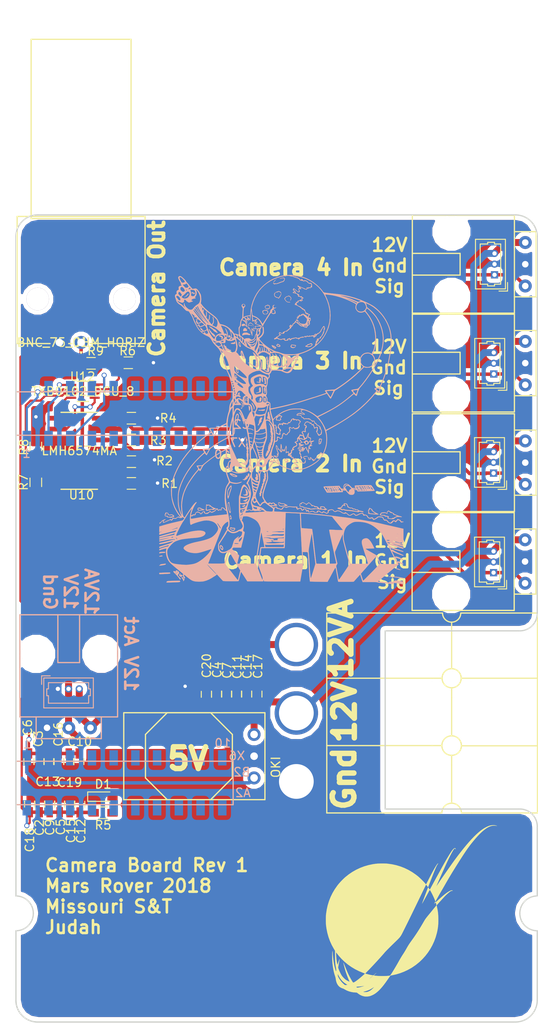
<source format=kicad_pcb>
(kicad_pcb (version 4) (host pcbnew 4.0.7)
  (layers (0 F.Cu signal) (31 B.Cu signal) (34 B.Paste user) (35 F.Paste user) (36 B.SilkS user) (37 F.SilkS user) (38 B.Mask user) (39 F.Mask user) (44 Edge.Cuts user))
  (net 0 "")
  (net 1 12VA)
  (net 2 12V)
  (net 3 Gnd)
  (net 4 3.3V)
  (net 5 5V)
  (net 6 "Net-(D1-Pad2)")
  (net 7 Camera1_In)
  (net 8 Camera2_In)
  (net 9 Camera3_In)
  (net 10 Camera4_In)
  (net 11 OE)
  (net 12 "Net-(R7-Pad1)")
  (net 13 "Net-(R7-Pad2)")
  (net 14 Video_Out)
  (net 15 "Net-(U11-PadPM6)")
  (net 16 "Net-(U11-PadPQ1)")
  (net 17 "Net-(U11-PadPQ2)")
  (net 18 "Net-(U11-PadPK0)")
  (net 19 "Net-(U11-PadPQ3)")
  (net 20 "Net-(U11-PadPP3)")
  (net 21 "Net-(U11-PadPQ0)")
  (net 22 "Net-(U11-PadPA4)")
  (net 23 "Net-(U11-PadRese)")
  (net 24 "Net-(U11-PadPA7)")
  (net 25 "Net-(U11-PadPN5)")
  (net 26 "Net-(U11-PadPK2)")
  (net 27 "Net-(U11-PadPK1)")
  (net 28 "Net-(U11-PadPB4)")
  (net 29 "Net-(U11-PadPB5)")
  (net 30 "Net-(U11-PadPK3)")
  (net 31 "Net-(U11-PadPA5)")
  (net 32 "Net-(U11-PadPD2)")
  (net 33 "Net-(U11-PadPP0)")
  (net 34 "Net-(U11-PadPP1)")
  (net 35 "Net-(U11-PadPD4)")
  (net 36 "Net-(U11-PadPD5)")
  (net 37 "Net-(U11-PadPP4)")
  (net 38 "Net-(U11-PadPN4)")
  (net 39 A1)
  (net 40 A2)
  (net 41 "Net-(U11-PadPM0)")
  (net 42 "Net-(U11-PadPM1)")
  (net 43 "Net-(U11-PadPM2)")
  (net 44 "Net-(U11-PadPH0)")
  (net 45 "Net-(U11-PadPH1)")
  (net 46 "Net-(U11-PadPK6)")
  (net 47 "Net-(U11-PadPK7)")
  (net 48 "Net-(U11-PadPM7)")
  (net 49 "Net-(U11-PadPP5)")
  (net 50 B1)
  (net 51 B2)
  (module Connectors_Molex:Molex_PicoBlade_53047-0310_03x1.25mm_Straight (layer F.Cu) (at 165.82136 120.86844 90)
    (fp_text reference U1 hide)
    (fp_text value Picoblade_3)
    (pad 1 thru_hole rect (at 0 0 90) (size 0.85 0.85) (drill 0.5) (layers *.Cu *.Mask) (net 10 Camera4_In))
    (pad 2 thru_hole circle (at 1.25 0 90) (size 0.85 0.85) (drill 0.5) (layers *.Cu *.Mask) (net 3 Gnd))
    (pad 3 thru_hole circle (at 2.5 0 90) (size 0.85 0.85) (drill 0.5) (layers *.Cu *.Mask) (net 2 12V))
  )
  (module Connectors_Molex:Molex_PicoBlade_53047-0310_03x1.25mm_Straight (layer F.Cu) (at 165.735 132.461 90)
    (fp_text reference U2 hide)
    (fp_text value Picoblade_3)
    (pad 1 thru_hole rect (at 0 0 90) (size 0.85 0.85) (drill 0.5) (layers *.Cu *.Mask) (net 9 Camera3_In))
    (pad 2 thru_hole circle (at 1.25 0 90) (size 0.85 0.85) (drill 0.5) (layers *.Cu *.Mask) (net 3 Gnd))
    (pad 3 thru_hole circle (at 2.5 0 90) (size 0.85 0.85) (drill 0.5) (layers *.Cu *.Mask) (net 2 12V))
  )
  (module Connectors_Molex:Molex_PicoBlade_53047-0310_03x1.25mm_Straight (layer F.Cu) (at 165.7096 144.0488 90)
    (fp_text reference U3 hide)
    (fp_text value Picoblade_3)
    (pad 1 thru_hole rect (at 0 0 90) (size 0.85 0.85) (drill 0.5) (layers *.Cu *.Mask) (net 8 Camera2_In))
    (pad 2 thru_hole circle (at 1.25 0 90) (size 0.85 0.85) (drill 0.5) (layers *.Cu *.Mask) (net 3 Gnd))
    (pad 3 thru_hole circle (at 2.5 0 90) (size 0.85 0.85) (drill 0.5) (layers *.Cu *.Mask) (net 2 12V))
  )
  (module Connectors_Molex:Molex_PicoBlade_53047-0310_03x1.25mm_Straight (layer F.Cu) (at 165.7096 155.682 90)
    (fp_text reference U4 hide)
    (fp_text value Picoblade_3)
    (pad 1 thru_hole rect (at 0 0 90) (size 0.85 0.85) (drill 0.5) (layers *.Cu *.Mask) (net 7 Camera1_In))
    (pad 2 thru_hole circle (at 1.25 0 90) (size 0.85 0.85) (drill 0.5) (layers *.Cu *.Mask) (net 3 Gnd))
    (pad 3 thru_hole circle (at 2.5 0 90) (size 0.85 0.85) (drill 0.5) (layers *.Cu *.Mask) (net 2 12V))
  )
  (module MRDT_Connectors:MOLEX_SL_3_Horizontal (layer F.Cu) (at 169.418 119.634 90)
    (fp_text reference U5 hide)
    (fp_text value Molex_SL_3)
    (pad 1 thru_hole circle (at -2.54 0 90) (size 1.524 1.524) (drill 0.762) (layers *.Cu *.Mask) (net 10 Camera4_In))
    (pad 2 thru_hole circle (at 0 0 90) (size 1.524 1.524) (drill 0.762) (layers *.Cu *.Mask) (net 3 Gnd))
    (pad 3 thru_hole circle (at 2.54 0 90) (size 1.524 1.524) (drill 0.762) (layers *.Cu *.Mask) (net 2 12V))
    (pad "" np_thru_hole circle (at -3.81 -8.636 90) (size 3.45 3.45) (drill 3.45) (layers *.Cu *.Mask))
    (pad "" np_thru_hole circle (at 3.81 -8.636 90) (size 3.45 3.45) (drill 3.45) (layers *.Cu *.Mask))
  )
  (module MRDT_Connectors:MOLEX_SL_3_Horizontal (layer F.Cu) (at 169.418 131.191 90)
    (fp_text reference U6 hide)
    (fp_text value Molex_SL_3)
    (pad 1 thru_hole circle (at -2.54 0 90) (size 1.524 1.524) (drill 0.762) (layers *.Cu *.Mask) (net 9 Camera3_In))
    (pad 2 thru_hole circle (at 0 0 90) (size 1.524 1.524) (drill 0.762) (layers *.Cu *.Mask) (net 3 Gnd))
    (pad 3 thru_hole circle (at 2.54 0 90) (size 1.524 1.524) (drill 0.762) (layers *.Cu *.Mask) (net 2 12V))
    (pad "" np_thru_hole circle (at -3.81 -8.636 90) (size 3.45 3.45) (drill 3.45) (layers *.Cu *.Mask))
    (pad "" np_thru_hole circle (at 3.81 -8.636 90) (size 3.45 3.45) (drill 3.45) (layers *.Cu *.Mask))
  )
  (module MRDT_Connectors:MOLEX_SL_3_Horizontal (layer F.Cu) (at 169.418 142.8242 90)
    (fp_text reference U7 hide)
    (fp_text value Molex_SL_3)
    (pad 1 thru_hole circle (at -2.54 0 90) (size 1.524 1.524) (drill 0.762) (layers *.Cu *.Mask) (net 8 Camera2_In))
    (pad 2 thru_hole circle (at 0 0 90) (size 1.524 1.524) (drill 0.762) (layers *.Cu *.Mask) (net 3 Gnd))
    (pad 3 thru_hole circle (at 2.54 0 90) (size 1.524 1.524) (drill 0.762) (layers *.Cu *.Mask) (net 2 12V))
    (pad "" np_thru_hole circle (at -3.81 -8.636 90) (size 3.45 3.45) (drill 3.45) (layers *.Cu *.Mask))
    (pad "" np_thru_hole circle (at 3.81 -8.636 90) (size 3.45 3.45) (drill 3.45) (layers *.Cu *.Mask))
  )
  (module MRDT_Connectors:MOLEX_SL_3_Horizontal (layer F.Cu) (at 169.3926 154.3812 90)
    (fp_text reference U8 hide)
    (fp_text value Molex_SL_3)
    (pad 1 thru_hole circle (at -2.54 0 90) (size 1.524 1.524) (drill 0.762) (layers *.Cu *.Mask) (net 7 Camera1_In))
    (pad 2 thru_hole circle (at 0 0 90) (size 1.524 1.524) (drill 0.762) (layers *.Cu *.Mask) (net 3 Gnd))
    (pad 3 thru_hole circle (at 2.54 0 90) (size 1.524 1.524) (drill 0.762) (layers *.Cu *.Mask) (net 2 12V))
    (pad "" np_thru_hole circle (at -3.81 -8.636 90) (size 3.45 3.45) (drill 3.45) (layers *.Cu *.Mask))
    (pad "" np_thru_hole circle (at 3.81 -8.636 90) (size 3.45 3.45) (drill 3.45) (layers *.Cu *.Mask))
  )
  (module MRDT_Devices:OKI_Horisontal (layer F.Cu) (at 138.97356 172.05452 270)
    (fp_text reference U9 hide)
    (fp_text value OKI (at 6.35 -1.27 270) (layer F.SilkS))
    (pad 1 thru_hole circle (at 2.54 1.27 270) (size 1.524 1.524) (drill 0.889) (layers *.Cu *.Mask) (net 2 12V))
    (pad 2 thru_hole circle (at 5.08 1.27 270) (size 1.524 1.524) (drill 0.889) (layers *.Cu *.Mask) (net 3 Gnd))
    (pad 3 thru_hole circle (at 7.62 1.27 270) (size 1.524 1.524) (drill 0.889) (layers *.Cu *.Mask) (net 5 5V))
  )
  (module MRDT_Connectors:Anderson_3_Horisontal_Side_by_Side (layer F.Cu) (at 146.2278 160.401 180)
    (fp_text reference C8 hide)
    (fp_text value Anderson_3)
    (pad 3 thru_hole circle (at 3.5814 -3.684 180) (size 5.08 5.08) (drill 4.06) (layers *.Cu *.Mask F.Paste) (net 1 12VA))
    (pad 2 thru_hole circle (at 3.5814 -11.683 180) (size 5.08 5.08) (drill 4.06) (layers *.Cu *.Mask F.Paste) (net 2 12V))
    (pad 1 thru_hole circle (at 3.5814 -19.684 180) (size 5.08 5.08) (drill 4.06) (layers *.Cu *.Mask F.Paste) (net 3 Gnd))
  )
  (module MRDT_Connectors:MOLEX_SL_3_Horizontal (layer B.Cu) (at 116.0272 173.8122 180)
    (fp_text reference U13 hide)
    (fp_text value Molex_SL_3)
    (pad 1 thru_hole circle (at -2.54 0 180) (size 1.524 1.524) (drill 0.762) (layers *.Cu *.Mask) (net 1 12VA))
    (pad 2 thru_hole circle (at 0 0 180) (size 1.524 1.524) (drill 0.762) (layers *.Cu *.Mask) (net 2 12V))
    (pad 3 thru_hole circle (at 2.54 0 180) (size 1.524 1.524) (drill 0.762) (layers *.Cu *.Mask) (net 3 Gnd))
    (pad "" np_thru_hole circle (at -3.81 8.636 180) (size 3.45 3.45) (drill 3.45) (layers *.Cu *.Mask))
    (pad "" np_thru_hole circle (at 3.81 8.636 180) (size 3.45 3.45) (drill 3.45) (layers *.Cu *.Mask))
  )
  (module Connectors_Molex:Molex_PicoBlade_53047-0310_03x1.25mm_Straight (layer B.Cu) (at 114.7572 169.2656)
    (fp_text reference U14 hide)
    (fp_text value Picoblade_3)
    (pad 1 thru_hole rect (at 0 0) (size 0.85 0.85) (drill 0.5) (layers *.Cu *.Mask) (net 3 Gnd))
    (pad 2 thru_hole circle (at 1.25 0) (size 0.85 0.85) (drill 0.5) (layers *.Cu *.Mask) (net 2 12V))
    (pad 3 thru_hole circle (at 2.5 0) (size 0.85 0.85) (drill 0.5) (layers *.Cu *.Mask) (net 1 12VA))
  )
  (module Capacitors_SMD:C_0603_HandSoldering (layer F.Cu) (at 112.63122 182.73014 90)
    (fp_text reference C2 (at -2.75336 -0.02032 90) (layer F.SilkS))
    (fp_text value 10uf)
    (pad 1 smd rect (at -0.95 0 90) (size 1.2 0.75) (layers F.Cu F.Paste F.Mask) (net 4 3.3V))
    (pad 2 smd rect (at 0.95 0 90) (size 1.2 0.75) (layers F.Cu F.Paste F.Mask) (net 3 Gnd))
  )
  (module Capacitors_SMD:C_0603_HandSoldering (layer F.Cu) (at 112.55248 177.76698 270)
    (fp_text reference C3 (at -2.67208 0.06858 270) (layer F.SilkS))
    (fp_text value 10uf)
    (pad 1 smd rect (at -0.95 0 270) (size 1.2 0.75) (layers F.Cu F.Paste F.Mask) (net 5 5V))
    (pad 2 smd rect (at 0.95 0 270) (size 1.2 0.75) (layers F.Cu F.Paste F.Mask) (net 3 Gnd))
  )
  (module Capacitors_SMD:C_0603_HandSoldering (layer F.Cu) (at 133.3246 169.8752 90)
    (fp_text reference C4 (at 2.8448 0.0508 90) (layer F.SilkS))
    (fp_text value 10uf)
    (pad 1 smd rect (at -0.95 0 90) (size 1.2 0.75) (layers F.Cu F.Paste F.Mask) (net 2 12V))
    (pad 2 smd rect (at 0.95 0 90) (size 1.2 0.75) (layers F.Cu F.Paste F.Mask) (net 3 Gnd))
  )
  (module Capacitors_SMD:C_0603_HandSoldering (layer F.Cu) (at 114.96802 182.73014 90)
    (fp_text reference C5 (at -2.67716 0.11938 90) (layer F.SilkS))
    (fp_text value 10uf)
    (pad 1 smd rect (at -0.95 0 90) (size 1.2 0.75) (layers F.Cu F.Paste F.Mask) (net 4 3.3V))
    (pad 2 smd rect (at 0.95 0 90) (size 1.2 0.75) (layers F.Cu F.Paste F.Mask) (net 3 Gnd))
  )
  (module Capacitors_SMD:C_0603_HandSoldering (layer F.Cu) (at 111.38408 177.76698 270)
    (fp_text reference C6 (at -3.98018 0.15748 270) (layer F.SilkS))
    (fp_text value 10uf)
    (pad 1 smd rect (at -0.95 0 270) (size 1.2 0.75) (layers F.Cu F.Paste F.Mask) (net 5 5V))
    (pad 2 smd rect (at 0.95 0 270) (size 1.2 0.75) (layers F.Cu F.Paste F.Mask) (net 3 Gnd))
  )
  (module Capacitors_SMD:C_0603_HandSoldering (layer F.Cu) (at 134.493 169.8752 90)
    (fp_text reference C7 (at 2.7686 0.0508 90) (layer F.SilkS))
    (fp_text value 10uf)
    (pad 1 smd rect (at -0.95 0 90) (size 1.2 0.75) (layers F.Cu F.Paste F.Mask) (net 2 12V))
    (pad 2 smd rect (at 0.95 0 90) (size 1.2 0.75) (layers F.Cu F.Paste F.Mask) (net 3 Gnd))
  )
  (module Capacitors_SMD:C_0603_HandSoldering (layer F.Cu) (at 113.79962 182.73014 90)
    (fp_text reference C9 (at -2.71526 0.03048 90) (layer F.SilkS))
    (fp_text value 10uf)
    (pad 1 smd rect (at -0.95 0 90) (size 1.2 0.75) (layers F.Cu F.Paste F.Mask) (net 4 3.3V))
    (pad 2 smd rect (at 0.95 0 90) (size 1.2 0.75) (layers F.Cu F.Paste F.Mask) (net 3 Gnd))
  )
  (module Capacitors_SMD:C_0603_HandSoldering (layer F.Cu) (at 117.20068 177.76698 270)
    (fp_text reference C10 (at -2.34188 -0.10922 360) (layer F.SilkS))
    (fp_text value 10uf)
    (pad 1 smd rect (at -0.95 0 270) (size 1.2 0.75) (layers F.Cu F.Paste F.Mask) (net 5 5V))
    (pad 2 smd rect (at 0.95 0 270) (size 1.2 0.75) (layers F.Cu F.Paste F.Mask) (net 3 Gnd))
  )
  (module Capacitors_SMD:C_0603_HandSoldering (layer F.Cu) (at 135.6614 169.8752 90)
    (fp_text reference C11 (at 3.2131 0.0635 90) (layer F.SilkS))
    (fp_text value 10uf)
    (pad 1 smd rect (at -0.95 0 90) (size 1.2 0.75) (layers F.Cu F.Paste F.Mask) (net 2 12V))
    (pad 2 smd rect (at 0.95 0 90) (size 1.2 0.75) (layers F.Cu F.Paste F.Mask) (net 3 Gnd))
  )
  (module Capacitors_SMD:C_0603_HandSoldering (layer F.Cu) (at 117.30482 182.75554 90)
    (fp_text reference C12 (at -3.13436 0.15748 90) (layer F.SilkS))
    (fp_text value 10uf)
    (pad 1 smd rect (at -0.95 0 90) (size 1.2 0.75) (layers F.Cu F.Paste F.Mask) (net 4 3.3V))
    (pad 2 smd rect (at 0.95 0 90) (size 1.2 0.75) (layers F.Cu F.Paste F.Mask) (net 3 Gnd))
  )
  (module Capacitors_SMD:C_0603_HandSoldering (layer F.Cu) (at 113.72088 177.76698 270)
    (fp_text reference C13 (at 2.35712 0.14478 360) (layer F.SilkS))
    (fp_text value 10uf)
    (pad 1 smd rect (at -0.95 0 270) (size 1.2 0.75) (layers F.Cu F.Paste F.Mask) (net 5 5V))
    (pad 2 smd rect (at 0.95 0 270) (size 1.2 0.75) (layers F.Cu F.Paste F.Mask) (net 3 Gnd))
  )
  (module Capacitors_SMD:C_0603_HandSoldering (layer F.Cu) (at 136.8298 169.8752 90)
    (fp_text reference C14 (at 3.2131 0.0762 90) (layer F.SilkS))
    (fp_text value 10uf)
    (pad 1 smd rect (at -0.95 0 90) (size 1.2 0.75) (layers F.Cu F.Paste F.Mask) (net 2 12V))
    (pad 2 smd rect (at 0.95 0 90) (size 1.2 0.75) (layers F.Cu F.Paste F.Mask) (net 3 Gnd))
  )
  (module Capacitors_SMD:C_0603_HandSoldering (layer F.Cu) (at 116.13642 182.73014 90)
    (fp_text reference C15 (at -3.12166 0.14478 90) (layer F.SilkS))
    (fp_text value 10uf)
    (pad 1 smd rect (at -0.95 0 90) (size 1.2 0.75) (layers F.Cu F.Paste F.Mask) (net 4 3.3V))
    (pad 2 smd rect (at 0.95 0 90) (size 1.2 0.75) (layers F.Cu F.Paste F.Mask) (net 3 Gnd))
  )
  (module Capacitors_SMD:C_0603_HandSoldering (layer F.Cu) (at 114.86388 177.76698 270)
    (fp_text reference C16 (at -3.20548 0.04318 270) (layer F.SilkS))
    (fp_text value 10uf)
    (pad 1 smd rect (at -0.95 0 270) (size 1.2 0.75) (layers F.Cu F.Paste F.Mask) (net 5 5V))
    (pad 2 smd rect (at 0.95 0 270) (size 1.2 0.75) (layers F.Cu F.Paste F.Mask) (net 3 Gnd))
  )
  (module Capacitors_SMD:C_0603_HandSoldering (layer F.Cu) (at 138.0236 169.8752 90)
    (fp_text reference C17 (at 3.2385 0.127 90) (layer F.SilkS))
    (fp_text value 10uf)
    (pad 1 smd rect (at -0.95 0 90) (size 1.2 0.75) (layers F.Cu F.Paste F.Mask) (net 2 12V))
    (pad 2 smd rect (at 0.95 0 90) (size 1.2 0.75) (layers F.Cu F.Paste F.Mask) (net 3 Gnd))
  )
  (module Capacitors_SMD:C_0603_HandSoldering (layer F.Cu) (at 111.46282 182.73014 90)
    (fp_text reference C18 (at -4.18846 0.00508 90) (layer F.SilkS))
    (fp_text value 0.1uf)
    (pad 1 smd rect (at -0.95 0 90) (size 1.2 0.75) (layers F.Cu F.Paste F.Mask) (net 4 3.3V))
    (pad 2 smd rect (at 0.95 0 90) (size 1.2 0.75) (layers F.Cu F.Paste F.Mask) (net 3 Gnd))
  )
  (module Capacitors_SMD:C_0603_HandSoldering (layer F.Cu) (at 116.03228 177.76698 270)
    (fp_text reference C19 (at 2.44602 -0.12192 360) (layer F.SilkS))
    (fp_text value 0.1uf)
    (pad 1 smd rect (at -0.95 0 270) (size 1.2 0.75) (layers F.Cu F.Paste F.Mask) (net 5 5V))
    (pad 2 smd rect (at 0.95 0 270) (size 1.2 0.75) (layers F.Cu F.Paste F.Mask) (net 3 Gnd))
  )
  (module Capacitors_SMD:C_0603_HandSoldering (layer F.Cu) (at 132.1308 169.9006 90)
    (fp_text reference C20 (at 3.3401 0.0254 270) (layer F.SilkS))
    (fp_text value 0.1uf)
    (pad 1 smd rect (at -0.95 0 90) (size 1.2 0.75) (layers F.Cu F.Paste F.Mask) (net 2 12V))
    (pad 2 smd rect (at 0.95 0 90) (size 1.2 0.75) (layers F.Cu F.Paste F.Mask) (net 3 Gnd))
  )
  (module LEDs:LED_0603_HandSoldering (layer F.Cu) (at 120.0453 181.864)
    (fp_text reference D1 (at 0 -1.45) (layer F.SilkS))
    (fp_text value LED)
    (pad 1 smd rect (at -1.1 0) (size 1.2 0.9) (layers F.Cu F.Paste F.Mask) (net 3 Gnd))
    (pad 2 smd rect (at 1.1 0) (size 1.2 0.9) (layers F.Cu F.Paste F.Mask) (net 6 "Net-(D1-Pad2)"))
  )
  (module BNC-75-Ohm-HORIZONTAL:BNC-75-Ohm-HORIZONTAL-1-1478032-0 (layer F.Cu) (at 117.475 128.778)
    (fp_text reference J1 (at 0 0) (layer F.SilkS))
    (fp_text value BNC_75_OHM_HORIZ (at 0 0) (layer F.SilkS))
    (pad 1 thru_hole circle (at 0 0) (size 1.524 1.524) (drill 0.889) (layers *.Cu *.Mask) (net 14 Video_Out))
    (pad 2 thru_hole circle (at -2.54 0) (size 1.524 1.524) (drill 0.889) (layers *.Cu *.Mask) (net 3 Gnd))
    (pad 3 thru_hole circle (at -5.08 -5.08) (size 2.6416 2.6416) (drill 2.6416) (layers *.Cu *.Mask))
    (pad 4 thru_hole circle (at 5.08 -5.08) (size 2.6416 2.6416) (drill 2.6416) (layers *.Cu *.Mask))
  )
  (module Resistors_SMD:R_0603_HandSoldering (layer F.Cu) (at 123.3551 145.2499)
    (fp_text reference R1 (at 4.4704 0.0127) (layer F.SilkS))
    (fp_text value 75)
    (pad 1 smd rect (at -1.1 0) (size 1.2 0.9) (layers F.Cu F.Paste F.Mask) (net 7 Camera1_In))
    (pad 2 smd rect (at 1.1 0) (size 1.2 0.9) (layers F.Cu F.Paste F.Mask) (net 3 Gnd))
  )
  (module Resistors_SMD:R_0603_HandSoldering (layer F.Cu) (at 123.3551 142.7099)
    (fp_text reference R2 (at 3.8735 -0.0889) (layer F.SilkS))
    (fp_text value 75)
    (pad 1 smd rect (at -1.1 0) (size 1.2 0.9) (layers F.Cu F.Paste F.Mask) (net 8 Camera2_In))
    (pad 2 smd rect (at 1.1 0) (size 1.2 0.9) (layers F.Cu F.Paste F.Mask) (net 3 Gnd))
  )
  (module Resistors_SMD:R_0603_HandSoldering (layer F.Cu) (at 123.3551 140.1699)
    (fp_text reference R3 (at 3.1369 0.0254) (layer F.SilkS))
    (fp_text value 75)
    (pad 1 smd rect (at -1.1 0) (size 1.2 0.9) (layers F.Cu F.Paste F.Mask) (net 9 Camera3_In))
    (pad 2 smd rect (at 1.1 0) (size 1.2 0.9) (layers F.Cu F.Paste F.Mask) (net 3 Gnd))
  )
  (module Resistors_SMD:R_0603_HandSoldering (layer F.Cu) (at 123.3551 137.6299)
    (fp_text reference R4 (at 4.3053 0) (layer F.SilkS))
    (fp_text value 75)
    (pad 1 smd rect (at -1.1 0) (size 1.2 0.9) (layers F.Cu F.Paste F.Mask) (net 10 Camera4_In))
    (pad 2 smd rect (at 1.1 0) (size 1.2 0.9) (layers F.Cu F.Paste F.Mask) (net 3 Gnd))
  )
  (module Resistors_SMD:R_0603_HandSoldering (layer F.Cu) (at 120.0453 183.7436 180)
    (fp_text reference R5 (at 0 -1.45 180) (layer F.SilkS))
    (fp_text value 330)
    (pad 1 smd rect (at -1.1 0 180) (size 1.2 0.9) (layers F.Cu F.Paste F.Mask) (net 6 "Net-(D1-Pad2)"))
    (pad 2 smd rect (at 1.1 0 180) (size 1.2 0.9) (layers F.Cu F.Paste F.Mask) (net 4 3.3V))
  )
  (module Resistors_SMD:R_0603_HandSoldering (layer F.Cu) (at 122.99188 131.15036 180)
    (fp_text reference R6 (at 0.08128 1.38176 180) (layer F.SilkS))
    (fp_text value 100k)
    (pad 1 smd rect (at -1.1 0 180) (size 1.2 0.9) (layers F.Cu F.Paste F.Mask) (net 3 Gnd))
    (pad 2 smd rect (at 1.1 0 180) (size 1.2 0.9) (layers F.Cu F.Paste F.Mask) (net 4 3.3V))
  )
  (module Resistors_SMD:R_0603_HandSoldering (layer F.Cu) (at 112.1791 145.1229 90)
    (fp_text reference R7 (at 0 -1.45 90) (layer F.SilkS))
    (fp_text value 470)
    (pad 1 smd rect (at -1.1 0 90) (size 1.2 0.9) (layers F.Cu F.Paste F.Mask) (net 12 "Net-(R7-Pad1)"))
    (pad 2 smd rect (at 1.1 0 90) (size 1.2 0.9) (layers F.Cu F.Paste F.Mask) (net 13 "Net-(R7-Pad2)"))
  )
  (module Resistors_SMD:R_0603_HandSoldering (layer F.Cu) (at 112.1791 140.9319 90)
    (fp_text reference R8 (at -0.0889 -1.3843 270) (layer F.SilkS))
    (fp_text value 470)
    (pad 1 smd rect (at -1.1 0 90) (size 1.2 0.9) (layers F.Cu F.Paste F.Mask) (net 13 "Net-(R7-Pad2)"))
    (pad 2 smd rect (at 1.1 0 90) (size 1.2 0.9) (layers F.Cu F.Paste F.Mask) (net 3 Gnd))
  )
  (module Resistors_SMD:R_0603_HandSoldering (layer F.Cu) (at 118.6434 131.2164 180)
    (fp_text reference R9 (at -0.5334 1.4478 180) (layer F.SilkS))
    (fp_text value 75)
    (pad 1 smd rect (at -1.1 0 180) (size 1.2 0.9) (layers F.Cu F.Paste F.Mask) (net 12 "Net-(R7-Pad1)"))
    (pad 2 smd rect (at 1.1 0 180) (size 1.2 0.9) (layers F.Cu F.Paste F.Mask) (net 14 Video_Out))
  )
  (module LMH6574MANOPB:LMH6574MA&slash_NOPB (layer F.Cu) (at 117.2591 141.4399 180)
    (fp_text reference U10 (at -0.2667 -5.1689 180) (layer F.SilkS))
    (fp_text value LMH6574MA (at 0 0 180) (layer F.SilkS))
    (pad 1 smd rect (at -2.4638 -3.81 180) (size 1.9812 0.5588) (layers F.Cu F.Paste F.Mask) (net 7 Camera1_In))
    (pad 2 smd rect (at -2.4638 -2.54 180) (size 1.9812 0.5588) (layers F.Cu F.Paste F.Mask) (net 3 Gnd))
    (pad 3 smd rect (at -2.4638 -1.27 180) (size 1.9812 0.5588) (layers F.Cu F.Paste F.Mask) (net 8 Camera2_In))
    (pad 4 smd rect (at -2.4638 0 180) (size 1.9812 0.5588) (layers F.Cu F.Paste F.Mask) (net 3 Gnd))
    (pad 5 smd rect (at -2.4638 1.27 180) (size 1.9812 0.5588) (layers F.Cu F.Paste F.Mask) (net 9 Camera3_In))
    (pad 6 smd rect (at -2.4638 2.54 180) (size 1.9812 0.5588) (layers F.Cu F.Paste F.Mask) (net 3 Gnd))
    (pad 7 smd rect (at -2.4638 3.81 180) (size 1.9812 0.5588) (layers F.Cu F.Paste F.Mask) (net 10 Camera4_In))
    (pad 8 smd rect (at 2.4638 3.81 180) (size 1.9812 0.5588) (layers F.Cu F.Paste F.Mask) (net 50 B1))
    (pad 9 smd rect (at 2.4638 2.54 180) (size 1.9812 0.5588) (layers F.Cu F.Paste F.Mask) (net 51 B2))
    (pad 10 smd rect (at 2.4638 1.27 180) (size 1.9812 0.5588) (layers F.Cu F.Paste F.Mask) (net 3 Gnd))
    (pad 11 smd rect (at 2.4638 0 180) (size 1.9812 0.5588) (layers F.Cu F.Paste F.Mask) (net 3 Gnd))
    (pad 12 smd rect (at 2.4638 -1.27 180) (size 1.9812 0.5588) (layers F.Cu F.Paste F.Mask) (net 13 "Net-(R7-Pad2)"))
    (pad 13 smd rect (at 2.4638 -2.54 180) (size 1.9812 0.5588) (layers F.Cu F.Paste F.Mask) (net 12 "Net-(R7-Pad1)"))
    (pad 14 smd rect (at 2.4638 -3.81 180) (size 1.9812 0.5588) (layers F.Cu F.Paste F.Mask) (net 2 12V))
  )
  (module TXB0102DCUR:TXB0102DCUR (layer F.Cu) (at 117.6909 134.493 180)
    (fp_text reference U12 (at 0.0381 1.7272 180) (layer F.SilkS))
    (fp_text value TXB0102_DCU_8 (at 0 0 180) (layer F.SilkS))
    (pad 1 smd rect (at -1.3716 -0.750001 180) (size 1.1684 0.254) (layers F.Cu F.Paste F.Mask) (net 51 B2))
    (pad 2 smd rect (at -1.3716 -0.25 180) (size 1.1684 0.254) (layers F.Cu F.Paste F.Mask) (net 3 Gnd))
    (pad 3 smd rect (at -1.3716 0.25 180) (size 1.1684 0.254) (layers F.Cu F.Paste F.Mask) (net 4 3.3V))
    (pad 4 smd rect (at -1.3716 0.750001 180) (size 1.1684 0.254) (layers F.Cu F.Paste F.Mask) (net 40 A2))
    (pad 5 smd rect (at 1.3716 0.750001 180) (size 1.1684 0.254) (layers F.Cu F.Paste F.Mask) (net 39 A1))
    (pad 6 smd rect (at 1.3716 0.25 180) (size 1.1684 0.254) (layers F.Cu F.Paste F.Mask) (net 11 OE))
    (pad 7 smd rect (at 1.3716 -0.25 180) (size 1.1684 0.254) (layers F.Cu F.Paste F.Mask) (net 5 5V))
    (pad 8 smd rect (at 1.3716 -0.750001 180) (size 1.1684 0.254) (layers F.Cu F.Paste F.Mask) (net 50 B1))
  )
  (module MRDT_Shields:TM4C129E_Launchpad_X7_Bottom_SMD (layer F.Cu) (at 112.395 208.2038)
    (fp_text reference U11 hide)
    (fp_text value TM4C129E_Launchpad_X7 hide)
    (fp_text user 1 (at -1.2954 -66.4464) (layer B.SilkS) (effects (justify mirror)))
    (fp_text user 10 (at 21.59 -66.3448) (layer B.SilkS) (effects (justify mirror)))
    (fp_text user 1 (at -1.2192 -32.4866) (layer B.SilkS) (effects (justify mirror)))
    (fp_text user X7 (at 23.4188 -67.7164) (layer B.SilkS) (effects (justify mirror)))
    (fp_text user X6 (at 23.2918 -31.115) (layer B.SilkS) (effects (justify mirror)))
    (fp_text user C2 (at 23.876 -69.85) (layer B.SilkS) (effects (justify mirror)))
    (fp_text user D2 (at 23.876 -72.644) (layer B.SilkS) (effects (justify mirror)))
    (fp_text user B2 (at 23.876 -29.21) (layer B.SilkS) (effects (justify mirror)))
    (fp_text user A2 (at 24.003 -26.797) (layer B.SilkS) (effects (justify mirror)))
    (fp_text user 10 (at 21.6408 -32.5882) (layer B.SilkS) (effects (justify mirror)))
    (pad PN4 smd rect (at 21.59 -25.0317) (size 0.9906 1.778) (layers B.Cu B.Paste B.Mask) (net 38 "Net-(U11-PadPN4)"))
    (pad GND smd rect (at -1.27 -74.0537) (size 0.9906 1.778) (layers B.Cu B.Paste B.Mask) (net 3 Gnd))
    (pad PG1 smd rect (at -1.27 -68.2117) (size 0.9906 1.778) (layers B.Cu B.Paste B.Mask) (net 11 OE))
    (pad +5V smd rect (at -1.27 -30.8737) (size 0.9906 1.778) (layers B.Cu B.Paste B.Mask) (net 5 5V))
    (pad +3V3 smd rect (at -1.27 -25.0317) (size 0.9906 1.778) (layers B.Cu B.Paste B.Mask) (net 4 3.3V))
    (pad PM7 smd rect (at 1.27 -74.0537) (size 0.9906 1.778) (layers B.Cu B.Paste B.Mask) (net 48 "Net-(U11-PadPM7)"))
    (pad PP5 smd rect (at 3.81 -74.0537) (size 0.9906 1.778) (layers B.Cu B.Paste B.Mask) (net 49 "Net-(U11-PadPP5)"))
    (pad PA7 smd rect (at 6.35 -74.0537) (size 0.9906 1.778) (layers B.Cu B.Paste B.Mask) (net 24 "Net-(U11-PadPA7)"))
    (pad Rese smd rect (at 8.89 -74.0537) (size 0.9906 1.778) (layers B.Cu B.Paste B.Mask) (net 23 "Net-(U11-PadRese)"))
    (pad PQ2 smd rect (at 11.43 -74.0537) (size 0.9906 1.778) (layers B.Cu B.Paste B.Mask) (net 17 "Net-(U11-PadPQ2)"))
    (pad PQ3 smd rect (at 13.97 -74.0537) (size 0.9906 1.778) (layers B.Cu B.Paste B.Mask) (net 19 "Net-(U11-PadPQ3)"))
    (pad PP3 smd rect (at 16.51 -74.0537) (size 0.9906 1.778) (layers B.Cu B.Paste B.Mask) (net 20 "Net-(U11-PadPP3)"))
    (pad PQ1 smd rect (at 19.05 -74.0537) (size 0.9906 1.778) (layers B.Cu B.Paste B.Mask) (net 16 "Net-(U11-PadPQ1)"))
    (pad PM6 smd rect (at 21.59 -74.0537) (size 0.9906 1.778) (layers B.Cu B.Paste B.Mask) (net 15 "Net-(U11-PadPM6)"))
    (pad PK4 smd rect (at 1.27 -68.2117) (size 0.9906 1.778) (layers B.Cu B.Paste B.Mask) (net 39 A1))
    (pad PK5 smd rect (at 3.81 -68.2117) (size 0.9906 1.778) (layers B.Cu B.Paste B.Mask) (net 40 A2))
    (pad PM0 smd rect (at 6.35 -68.2117) (size 0.9906 1.778) (layers B.Cu B.Paste B.Mask) (net 41 "Net-(U11-PadPM0)"))
    (pad PM1 smd rect (at 8.89 -68.2117) (size 0.9906 1.778) (layers B.Cu B.Paste B.Mask) (net 42 "Net-(U11-PadPM1)"))
    (pad PM2 smd rect (at 11.43 -68.2117) (size 0.9906 1.778) (layers B.Cu B.Paste B.Mask) (net 43 "Net-(U11-PadPM2)"))
    (pad PH0 smd rect (at 13.97 -68.2117) (size 0.9906 1.778) (layers B.Cu B.Paste B.Mask) (net 44 "Net-(U11-PadPH0)"))
    (pad PH1 smd rect (at 16.51 -68.2117) (size 0.9906 1.778) (layers B.Cu B.Paste B.Mask) (net 45 "Net-(U11-PadPH1)"))
    (pad PK6 smd rect (at 19.05 -68.2117) (size 0.9906 1.778) (layers B.Cu B.Paste B.Mask) (net 46 "Net-(U11-PadPK6)"))
    (pad PK7 smd rect (at 21.59 -68.2117) (size 0.9906 1.778) (layers B.Cu B.Paste B.Mask) (net 47 "Net-(U11-PadPK7)"))
    (pad GND smd rect (at 1.27 -30.8737) (size 0.9906 1.778) (layers B.Cu B.Paste B.Mask) (net 3 Gnd))
    (pad PB4 smd rect (at 3.81 -30.8737) (size 0.9906 1.778) (layers B.Cu B.Paste B.Mask) (net 28 "Net-(U11-PadPB4)"))
    (pad PB5 smd rect (at 6.35 -30.8737) (size 0.9906 1.778) (layers B.Cu B.Paste B.Mask) (net 29 "Net-(U11-PadPB5)"))
    (pad PK0 smd rect (at 8.89 -30.8737) (size 0.9906 1.778) (layers B.Cu B.Paste B.Mask) (net 18 "Net-(U11-PadPK0)"))
    (pad PK1 smd rect (at 11.43 -30.8737) (size 0.9906 1.778) (layers B.Cu B.Paste B.Mask) (net 27 "Net-(U11-PadPK1)"))
    (pad PK2 smd rect (at 13.97 -30.8737) (size 0.9906 1.778) (layers B.Cu B.Paste B.Mask) (net 26 "Net-(U11-PadPK2)"))
    (pad PK3 smd rect (at 16.51 -30.8737) (size 0.9906 1.778) (layers B.Cu B.Paste B.Mask) (net 30 "Net-(U11-PadPK3)"))
    (pad PA5 smd rect (at 21.59 -30.8737) (size 0.9906 1.778) (layers B.Cu B.Paste B.Mask) (net 31 "Net-(U11-PadPA5)"))
    (pad PD2 smd rect (at 1.27 -25.0317) (size 0.9906 1.778) (layers B.Cu B.Paste B.Mask) (net 32 "Net-(U11-PadPD2)"))
    (pad PP0 smd rect (at 3.81 -25.0317) (size 0.9906 1.778) (layers B.Cu B.Paste B.Mask) (net 33 "Net-(U11-PadPP0)"))
    (pad PP1 smd rect (at 6.35 -25.0317) (size 0.9906 1.778) (layers B.Cu B.Paste B.Mask) (net 34 "Net-(U11-PadPP1)"))
    (pad PD4 smd rect (at 8.89 -25.0317) (size 0.9906 1.778) (layers B.Cu B.Paste B.Mask) (net 35 "Net-(U11-PadPD4)"))
    (pad PD5 smd rect (at 11.43 -25.0317) (size 0.9906 1.778) (layers B.Cu B.Paste B.Mask) (net 36 "Net-(U11-PadPD5)"))
    (pad PQ0 smd rect (at 13.97 -25.0317) (size 0.9906 1.778) (layers B.Cu B.Paste B.Mask) (net 21 "Net-(U11-PadPQ0)"))
    (pad PP4 smd rect (at 16.51 -25.0317) (size 0.9906 1.778) (layers B.Cu B.Paste B.Mask) (net 37 "Net-(U11-PadPP4)"))
    (pad PN5 smd rect (at 19.05 -25.0317) (size 0.9906 1.778) (layers B.Cu B.Paste B.Mask) (net 25 "Net-(U11-PadPN5)"))
    (pad PA4 smd rect (at 19.05 -30.8737) (size 0.9906 1.778) (layers B.Cu B.Paste B.Mask) (net 22 "Net-(U11-PadPA4)"))
  )
  (module MRDT_Silkscreens:Atlas_Logo_28.6mmX37.3mm (layer B.Cu) (at 140.9065 138.5697 180)
    (fp_text reference G*** hide)
    (fp_text value LOGO hide)
  )
  (module MRDT_Silkscreens:MRDT_Logo_20mm (layer F.Cu) (at 156.1084 195.2117)
    (fp_text reference G*** hide)
    (fp_text value LOGO hide)
  )
  (gr_text "Camera Board Rev 1\nMars Rover 2018 \nMissouri S&T \nJudah" (at 113.0935 193.4972) (layer F.SilkS) (effects (font (size 1.5 1.5) (thickness 0.3)) (justify left)))
  (gr_text 5V (at 129.9718 177.4317) (layer F.SilkS) (effects (font (size 2.54 2.54) (thickness 0.635))))
  (gr_text "12VA\n12V\nGnd\n" (at 116.2558 157.9118 270) (layer B.SilkS) (effects (font (size 1.5 1.5) (thickness 0.3)) (justify mirror)))
  (gr_text "12V\nGnd\nSig" (at 153.543 119.7991) (layer F.SilkS) (effects (font (size 1.5 1.5) (thickness 0.3))))
  (gr_text "12V\nGnd\nSig" (at 153.4414 131.699) (layer F.SilkS) (effects (font (size 1.5 1.5) (thickness 0.3))))
  (gr_text "12V\nGnd\nSig" (at 153.543 143.2687) (layer F.SilkS) (effects (font (size 1.5 1.5) (thickness 0.3))))
  (gr_text "12V\nGnd\nSig" (at 153.8605 154.3685) (layer F.SilkS) (effects (font (size 1.5 1.5) (thickness 0.3))))
  (gr_text Gnd (at 148.2344 179.7685 90) (layer F.SilkS) (effects (font (size 2.54 2.54) (thickness 0.635))))
  (gr_text "12VA\n" (at 147.8788 163.3982 90) (layer F.SilkS) (effects (font (size 2.54 2.54) (thickness 0.635))))
  (gr_text "12V\n" (at 148.2852 171.9707 90) (layer F.SilkS) (effects (font (size 2.54 2.54) (thickness 0.635))))
  (gr_text "12V Act" (at 123.317 165.2016 270) (layer B.SilkS) (effects (font (size 1.5 1.5) (thickness 0.3)) (justify mirror)))
  (gr_text "Camera 4 In" (at 142.0749 120.015) (layer F.SilkS) (effects (font (size 1.778 1.778) (thickness 0.4445))))
  (gr_text "Camera 3 In" (at 141.9733 130.937) (layer F.SilkS) (effects (font (size 1.778 1.778) (thickness 0.4445))))
  (gr_text "Camera 2 In" (at 141.9733 142.9512) (layer F.SilkS) (effects (font (size 1.778 1.778) (thickness 0.4445))))
  (gr_text "Camera 1 In" (at 142.5575 154.2669) (layer F.SilkS) (effects (font (size 1.778 1.778) (thickness 0.4445))))
  (gr_text "Camera Out" (at 126.3142 122.4915 90) (layer F.SilkS) (effects (font (size 1.778 1.778) (thickness 0.4445))))
  (gr_line (start 109.855 116.4336) (end 109.855 193.4718) (layer Edge.Cuts) (width 0.15))
  (gr_line (start 170.815 116.4082) (end 170.815 160.4264) (layer Edge.Cuts) (width 0.15))
  (gr_line (start 112.395 113.8682) (end 168.275 113.8682) (layer Edge.Cuts) (width 0.15))
  (gr_arc (start 112.395 116.4082) (end 109.855 116.4082) (angle 90) (layer Edge.Cuts) (width 0.15))
  (gr_arc (start 168.275 116.4082) (end 168.275 113.8682) (angle 90) (layer Edge.Cuts) (width 0.15))
  (gr_line (start 112.3696 208.2038) (end 168.3766 208.2038) (angle 90) (layer Edge.Cuts) (width 0.15))
  (gr_arc (start 112.3696 205.6892) (end 112.3696 208.2038) (angle 90) (layer Edge.Cuts) (width 0.15))
  (gr_line (start 109.855 197.5358) (end 109.855 205.7654) (angle 90) (layer Edge.Cuts) (width 0.15))
  (gr_arc (start 109.855 195.5038) (end 111.887 195.4784) (angle 90) (layer Edge.Cuts) (width 0.15))
  (gr_arc (start 109.855 195.5038) (end 109.855 193.4718) (angle 90) (layer Edge.Cuts) (width 0.15))
  (gr_arc (start 168.783 160.4518) (end 170.815 160.4264) (angle 90) (layer Edge.Cuts) (width 0.15))
  (gr_line (start 153.035 162.4838) (end 168.7068 162.4838) (angle 90) (layer Edge.Cuts) (width 0.15))
  (gr_line (start 153.035 183.3118) (end 153.035 162.4838) (angle 90) (layer Edge.Cuts) (width 0.15))
  (gr_line (start 168.91 183.3118) (end 153.035 183.3118) (angle 90) (layer Edge.Cuts) (width 0.15))
  (gr_arc (start 168.783 185.3438) (end 168.91 183.3118) (angle 90) (layer Edge.Cuts) (width 0.15))
  (gr_line (start 170.815 193.4464) (end 170.815 185.5216) (angle 90) (layer Edge.Cuts) (width 0.15))
  (gr_arc (start 170.815 195.5038) (end 168.783 195.5292) (angle 90) (layer Edge.Cuts) (width 0.15))
  (gr_arc (start 170.815 195.5038) (end 170.815 197.5358) (angle 90) (layer Edge.Cuts) (width 0.15))
  (gr_line (start 170.815 205.6638) (end 170.815 197.5358) (angle 90) (layer Edge.Cuts) (width 0.15))
  (gr_arc (start 168.275 205.6638) (end 170.815 205.6638) (angle 90) (layer Edge.Cuts) (width 0.15))
  (gr_line (start 112.4458 208.2038) (end 168.1988 208.2038) (angle 90) (layer Edge.Cuts) (width 0.15))
  (gr_arc (start 112.395 205.6638) (end 112.4458 208.2038) (angle 90) (layer Edge.Cuts) (width 0.15))
  (segment (start 118.5672 173.8122) (end 118.5672 173.69536) (width 0.8128) (layer F.Cu) (net 1))
  (segment (start 118.5672 173.69536) (end 117.2572 172.38536) (width 0.8128) (layer F.Cu) (net 1))
  (segment (start 117.2572 172.38536) (end 117.2572 169.2656) (width 0.8128) (layer F.Cu) (net 1))
  (segment (start 142.6464 164.085) (end 128.2944 164.085) (width 0.8128) (layer F.Cu) (net 1))
  (segment (start 128.2944 164.085) (end 123.20778 169.17162) (width 0.8128) (layer F.Cu) (net 1))
  (segment (start 123.20778 169.17162) (end 118.5672 173.8122) (width 0.8128) (layer F.Cu) (net 1))
  (segment (start 165.7096 153.182) (end 165.7096 153.0858) (width 0.8128) (layer F.Cu) (net 2))
  (segment (start 165.7096 153.0858) (end 166.9542 151.8412) (width 0.8128) (layer F.Cu) (net 2))
  (segment (start 166.9542 151.8412) (end 169.3926 151.8412) (width 0.8128) (layer F.Cu) (net 2))
  (segment (start 165.7096 141.5488) (end 165.7096 141.4526) (width 0.8128) (layer F.Cu) (net 2))
  (segment (start 165.7096 141.4526) (end 166.878 140.2842) (width 0.8128) (layer F.Cu) (net 2))
  (segment (start 166.878 140.2842) (end 169.418 140.2842) (width 0.8128) (layer F.Cu) (net 2))
  (segment (start 165.735 129.961) (end 165.81184 129.961) (width 0.8128) (layer F.Cu) (net 2))
  (segment (start 165.81184 129.961) (end 167.12184 128.651) (width 0.8128) (layer F.Cu) (net 2))
  (segment (start 167.12184 128.651) (end 169.418 128.651) (width 0.8128) (layer F.Cu) (net 2))
  (segment (start 165.82136 118.36844) (end 165.82136 118.32844) (width 0.8128) (layer F.Cu) (net 2))
  (segment (start 165.82136 118.32844) (end 167.0558 117.094) (width 0.8128) (layer F.Cu) (net 2))
  (segment (start 167.0558 117.094) (end 169.418 117.094) (width 0.8128) (layer F.Cu) (net 2))
  (segment (start 165.82136 118.36844) (end 164.8314 118.36844) (width 0.8128) (layer B.Cu) (net 2))
  (segment (start 163.3909 119.80894) (end 163.3909 131.18814) (width 0.8128) (layer B.Cu) (net 2))
  (segment (start 164.8314 118.36844) (end 163.3909 119.80894) (width 0.8128) (layer B.Cu) (net 2))
  (segment (start 163.3909 142.77562) (end 163.3909 131.18814) (width 0.8128) (layer B.Cu) (net 2))
  (segment (start 164.61804 129.961) (end 165.735 129.961) (width 0.8128) (layer B.Cu) (net 2))
  (segment (start 163.3909 131.18814) (end 164.61804 129.961) (width 0.8128) (layer B.Cu) (net 2))
  (segment (start 165.7096 141.5488) (end 164.61772 141.5488) (width 0.8128) (layer B.Cu) (net 2))
  (segment (start 163.3909 142.77562) (end 163.3909 153.182) (width 0.8128) (layer B.Cu) (net 2))
  (segment (start 164.61772 141.5488) (end 163.3909 142.77562) (width 0.8128) (layer B.Cu) (net 2))
  (segment (start 142.6464 172.084) (end 143.1554 172.084) (width 0.8128) (layer B.Cu) (net 2))
  (segment (start 143.1554 172.084) (end 149.1742 166.0652) (width 0.8128) (layer B.Cu) (net 2))
  (segment (start 149.1742 166.0652) (end 149.1742 163.8427) (width 0.8128) (layer B.Cu) (net 2))
  (segment (start 149.1742 163.8427) (end 158.3309 154.686) (width 0.8128) (layer B.Cu) (net 2))
  (segment (start 158.3309 154.686) (end 161.8869 154.686) (width 0.8128) (layer B.Cu) (net 2))
  (segment (start 161.8869 154.686) (end 163.3909 153.182) (width 0.8128) (layer B.Cu) (net 2))
  (segment (start 163.3909 153.182) (end 165.7096 153.182) (width 0.8128) (layer B.Cu) (net 2))
  (segment (start 165.735 129.961) (end 165.735 129.92608) (width 0.4064) (layer F.Cu) (net 2))
  (segment (start 165.7096 141.5488) (end 165.7096 141.5288) (width 0.4064) (layer F.Cu) (net 2))
  (segment (start 165.7096 153.182) (end 165.7096 153.17216) (width 0.4064) (layer F.Cu) (net 2))
  (segment (start 116.0072 169.2656) (end 116.0072 167.4568) (width 0.8128) (layer F.Cu) (net 2))
  (segment (start 114.7953 160.5915) (end 114.7953 145.2499) (width 0.8128) (layer F.Cu) (net 2))
  (segment (start 116.5352 162.3314) (end 114.7953 160.5915) (width 0.8128) (layer F.Cu) (net 2))
  (segment (start 116.5352 166.9288) (end 116.5352 162.3314) (width 0.8128) (layer F.Cu) (net 2))
  (segment (start 116.0072 167.4568) (end 116.5352 166.9288) (width 0.8128) (layer F.Cu) (net 2))
  (segment (start 116.0272 173.8122) (end 116.0272 173.94682) (width 0.8128) (layer F.Cu) (net 2))
  (segment (start 116.0272 173.94682) (end 117.45468 175.3743) (width 0.8128) (layer F.Cu) (net 2))
  (segment (start 133.9215 175.3743) (end 137.70356 171.59224) (width 0.8128) (layer F.Cu) (net 2))
  (segment (start 117.45468 175.3743) (end 133.9215 175.3743) (width 0.8128) (layer F.Cu) (net 2))
  (segment (start 137.70356 174.59452) (end 137.70356 171.59224) (width 0.8128) (layer F.Cu) (net 2))
  (segment (start 137.70356 171.59224) (end 137.70356 171.14524) (width 0.8128) (layer F.Cu) (net 2))
  (segment (start 137.70356 171.14524) (end 138.0236 170.8252) (width 0.8128) (layer F.Cu) (net 2))
  (segment (start 116.0072 169.2656) (end 116.0072 173.7922) (width 0.8128) (layer F.Cu) (net 2))
  (segment (start 116.0072 173.7922) (end 116.0272 173.8122) (width 0.8128) (layer F.Cu) (net 2))
  (segment (start 132.1308 170.8506) (end 133.2992 170.8506) (width 0.8128) (layer F.Cu) (net 2))
  (segment (start 133.2992 170.8506) (end 133.3246 170.8252) (width 0.8128) (layer F.Cu) (net 2))
  (segment (start 133.3246 170.8252) (end 135.6614 170.8252) (width 0.8128) (layer F.Cu) (net 2))
  (segment (start 135.6614 170.8252) (end 136.8298 170.8252) (width 0.8128) (layer F.Cu) (net 2))
  (segment (start 136.8298 170.8252) (end 138.0236 170.8252) (width 0.8128) (layer F.Cu) (net 2))
  (segment (start 138.0236 170.8252) (end 138.0592 170.7896) (width 0.8128) (layer F.Cu) (net 2))
  (segment (start 138.0592 170.7896) (end 141.352 170.7896) (width 0.8128) (layer F.Cu) (net 2))
  (segment (start 141.352 170.7896) (end 142.6464 172.084) (width 0.8128) (layer F.Cu) (net 2))
  (segment (start 132.1308 168.9506) (end 129.6518 168.9506) (width 0.4064) (layer F.Cu) (net 3))
  (segment (start 129.6518 168.9506) (end 129.6416 168.9608) (width 0.4064) (layer F.Cu) (net 3))
  (via (at 129.6416 168.9608) (size 0.6) (drill 0.4) (layers F.Cu B.Cu) (net 3))
  (segment (start 124.09188 131.15036) (end 125.92304 131.15036) (width 0.254) (layer F.Cu) (net 3))
  (segment (start 125.92304 131.15036) (end 125.9332 131.1402) (width 0.254) (layer F.Cu) (net 3))
  (via (at 125.9332 131.1402) (size 0.6) (drill 0.4) (layers F.Cu B.Cu) (net 3))
  (segment (start 112.1791 139.8319) (end 112.1791 137.4775) (width 0.254) (layer F.Cu) (net 3))
  (segment (start 112.1791 137.4775) (end 112.1918 137.4648) (width 0.254) (layer F.Cu) (net 3))
  (via (at 112.1918 137.4648) (size 0.6) (drill 0.4) (layers F.Cu B.Cu) (net 3))
  (segment (start 124.4551 142.7099) (end 125.8443 142.7099) (width 0.4064) (layer F.Cu) (net 3))
  (segment (start 125.8443 142.7099) (end 126.0602 142.494) (width 0.4064) (layer F.Cu) (net 3))
  (via (at 126.0602 142.494) (size 0.6) (drill 0.4) (layers F.Cu B.Cu) (net 3))
  (segment (start 124.4551 142.7099) (end 125.4615 142.7099) (width 0.4064) (layer F.Cu) (net 3))
  (segment (start 125.4615 142.7099) (end 125.652 142.5194) (width 0.4064) (layer F.Cu) (net 3))
  (segment (start 124.4551 140.1699) (end 136.3345 140.1699) (width 0.4064) (layer F.Cu) (net 3))
  (segment (start 136.3345 140.1699) (end 136.3472 140.1572) (width 0.4064) (layer F.Cu) (net 3))
  (via (at 136.3472 140.1572) (size 0.6) (drill 0.4) (layers F.Cu B.Cu) (net 3))
  (segment (start 124.4551 137.6299) (end 126.4031 137.6299) (width 0.4064) (layer F.Cu) (net 3))
  (segment (start 126.4031 137.6299) (end 126.4158 137.6172) (width 0.4064) (layer F.Cu) (net 3))
  (via (at 126.4158 137.6172) (size 0.6) (drill 0.4) (layers F.Cu B.Cu) (net 3))
  (segment (start 124.4551 145.2499) (end 126.3777 145.2499) (width 0.4064) (layer F.Cu) (net 3))
  (segment (start 126.3777 145.2499) (end 126.4158 145.2118) (width 0.4064) (layer F.Cu) (net 3))
  (via (at 126.4158 145.2118) (size 0.6) (drill 0.4) (layers F.Cu B.Cu) (net 3))
  (segment (start 111.46282 183.68014) (end 112.63122 183.68014) (width 0.4064) (layer F.Cu) (net 4))
  (segment (start 112.63122 183.68014) (end 113.79962 183.68014) (width 0.4064) (layer F.Cu) (net 4))
  (segment (start 113.79962 183.68014) (end 114.96802 183.68014) (width 0.4064) (layer F.Cu) (net 4))
  (segment (start 114.96802 183.68014) (end 116.13642 183.68014) (width 0.4064) (layer F.Cu) (net 4))
  (segment (start 116.13642 183.68014) (end 116.16182 183.70554) (width 0.4064) (layer F.Cu) (net 4))
  (segment (start 116.16182 183.70554) (end 118.90724 183.70554) (width 0.4064) (layer F.Cu) (net 4))
  (segment (start 118.90724 183.70554) (end 118.9453 183.7436) (width 0.4064) (layer F.Cu) (net 4))
  (segment (start 111.46282 183.68014) (end 111.46282 184.9247) (width 0.254) (layer F.Cu) (net 4))
  (segment (start 111.125 185.25236) (end 111.125 183.1721) (width 0.254) (layer B.Cu) (net 4))
  (segment (start 111.13008 185.25744) (end 111.125 185.25236) (width 0.254) (layer B.Cu) (net 4))
  (via (at 111.13008 185.25744) (size 0.6) (drill 0.4) (layers F.Cu B.Cu) (net 4))
  (segment (start 111.46282 184.9247) (end 111.13008 185.25744) (width 0.254) (layer F.Cu) (net 4))
  (segment (start 121.89188 131.15036) (end 121.89188 133.02252) (width 0.254) (layer F.Cu) (net 4))
  (segment (start 120.6714 134.243) (end 119.0625 134.243) (width 0.254) (layer F.Cu) (net 4))
  (segment (start 121.89188 133.02252) (end 120.6714 134.243) (width 0.254) (layer F.Cu) (net 4))
  (segment (start 113.96726 126.90348) (end 118.96852 126.90348) (width 0.254) (layer F.Cu) (net 4))
  (segment (start 110.38078 130.48996) (end 113.96726 126.90348) (width 0.254) (layer F.Cu) (net 4))
  (segment (start 110.38078 136.10844) (end 110.38078 130.48996) (width 0.254) (layer F.Cu) (net 4))
  (segment (start 121.89188 129.82684) (end 121.89188 131.15036) (width 0.254) (layer F.Cu) (net 4))
  (segment (start 118.96852 126.90348) (end 121.89188 129.82684) (width 0.254) (layer F.Cu) (net 4))
  (segment (start 110.5281 159.1437) (end 110.5281 159.13862) (width 0.254) (layer F.Cu) (net 4))
  (segment (start 111.01582 183.68014) (end 110.53064 183.19496) (width 0.254) (layer F.Cu) (net 4))
  (segment (start 110.53064 183.19496) (end 110.53064 170.5356) (width 0.254) (layer F.Cu) (net 4))
  (segment (start 111.46282 183.68014) (end 111.01582 183.68014) (width 0.254) (layer F.Cu) (net 4))
  (segment (start 110.53064 170.38066) (end 114.6429 166.2684) (width 0.254) (layer F.Cu) (net 4))
  (segment (start 114.6429 166.2684) (end 114.6429 163.2585) (width 0.254) (layer F.Cu) (net 4))
  (segment (start 114.6429 163.2585) (end 110.5281 159.1437) (width 0.254) (layer F.Cu) (net 4))
  (segment (start 110.53064 170.5356) (end 110.53064 170.38066) (width 0.254) (layer F.Cu) (net 4))
  (segment (start 110.38078 158.9913) (end 110.38078 136.10844) (width 0.254) (layer F.Cu) (net 4))
  (segment (start 110.38078 136.10844) (end 110.38078 136.09828) (width 0.254) (layer F.Cu) (net 4))
  (segment (start 110.5281 159.13862) (end 110.38078 158.9913) (width 0.254) (layer F.Cu) (net 4))
  (segment (start 121.70664 131.3356) (end 121.89188 131.15036) (width 0.254) (layer F.Cu) (net 4))
  (segment (start 111.00562 157.97276) (end 111.00562 136.144) (width 0.254) (layer F.Cu) (net 5))
  (segment (start 112.70742 135.57758) (end 111.57204 135.57758) (width 0.254) (layer F.Cu) (net 5))
  (segment (start 111.57204 135.57758) (end 111.00562 136.144) (width 0.254) (layer F.Cu) (net 5))
  (segment (start 111.38408 175.1584) (end 111.38408 170.78452) (width 0.254) (layer F.Cu) (net 5))
  (segment (start 111.38408 170.78452) (end 115.5192 166.6494) (width 0.254) (layer F.Cu) (net 5))
  (segment (start 115.5192 166.6494) (end 115.5192 162.48634) (width 0.254) (layer F.Cu) (net 5))
  (segment (start 115.5192 162.48634) (end 111.00562 157.97276) (width 0.254) (layer F.Cu) (net 5))
  (segment (start 115.265297 134.99781) (end 115.520107 134.743) (width 0.254) (layer F.Cu) (net 5))
  (segment (start 115.520107 134.743) (end 116.3193 134.743) (width 0.254) (layer F.Cu) (net 5))
  (segment (start 113.28719 134.99781) (end 115.265297 134.99781) (width 0.254) (layer F.Cu) (net 5))
  (segment (start 112.70742 135.57758) (end 113.28719 134.99781) (width 0.254) (layer F.Cu) (net 5))
  (segment (start 111.125 177.3301) (end 111.125 179.0192) (width 0.4064) (layer B.Cu) (net 5))
  (segment (start 137.12698 180.2511) (end 137.70356 179.67452) (width 0.4064) (layer B.Cu) (net 5))
  (segment (start 112.3569 180.2511) (end 137.12698 180.2511) (width 0.4064) (layer B.Cu) (net 5))
  (segment (start 111.125 179.0192) (end 112.3569 180.2511) (width 0.4064) (layer B.Cu) (net 5))
  (segment (start 111.38408 176.81698) (end 112.55248 176.81698) (width 0.4064) (layer F.Cu) (net 5))
  (segment (start 112.55248 176.81698) (end 113.72088 176.81698) (width 0.4064) (layer F.Cu) (net 5))
  (segment (start 113.72088 176.81698) (end 114.86388 176.81698) (width 0.4064) (layer F.Cu) (net 5))
  (segment (start 114.86388 176.81698) (end 116.03228 176.81698) (width 0.4064) (layer F.Cu) (net 5))
  (segment (start 116.03228 176.81698) (end 117.20068 176.81698) (width 0.4064) (layer F.Cu) (net 5))
  (via (at 111.38408 175.1584) (size 0.6) (drill 0.4) (layers F.Cu B.Cu) (net 5))
  (segment (start 111.125 177.3301) (end 111.125 175.41748) (width 0.254) (layer B.Cu) (net 5))
  (segment (start 111.125 175.41748) (end 111.38408 175.1584) (width 0.254) (layer B.Cu) (net 5))
  (segment (start 116.3193 134.743) (end 115.64004 134.743) (width 0.254) (layer F.Cu) (net 5))
  (segment (start 111.38408 176.81698) (end 111.38408 175.1584) (width 0.254) (layer F.Cu) (net 5))
  (segment (start 121.1453 183.7436) (end 121.1453 181.864) (width 0.4064) (layer F.Cu) (net 6))
  (segment (start 165.7096 155.682) (end 162.21996 155.682) (width 0.4064) (layer F.Cu) (net 7))
  (segment (start 153.23312 146.685) (end 123.6902 146.685) (width 0.4064) (layer F.Cu) (net 7))
  (segment (start 162.1917 155.64358) (end 153.23312 146.685) (width 0.4064) (layer F.Cu) (net 7))
  (segment (start 123.6902 146.685) (end 122.2551 145.2499) (width 0.4064) (layer F.Cu) (net 7))
  (segment (start 165.7096 155.682) (end 168.1534 155.682) (width 0.4064) (layer F.Cu) (net 7))
  (segment (start 168.1534 155.682) (end 169.3926 156.9212) (width 0.4064) (layer F.Cu) (net 7))
  (segment (start 122.2551 145.2499) (end 119.7229 145.2499) (width 0.4064) (layer F.Cu) (net 7))
  (segment (start 165.7096 144.0488) (end 164.8782 144.0488) (width 0.4064) (layer F.Cu) (net 8))
  (segment (start 164.8328 144.0942) (end 162.9029 144.0942) (width 0.4064) (layer F.Cu) (net 8))
  (segment (start 164.8782 144.0488) (end 164.8328 144.0942) (width 0.4064) (layer F.Cu) (net 8))
  (segment (start 162.9029 144.0942) (end 162.3822 143.5735) (width 0.4064) (layer F.Cu) (net 8))
  (segment (start 162.3822 143.5735) (end 123.1187 143.5735) (width 0.4064) (layer F.Cu) (net 8))
  (segment (start 123.1187 143.5735) (end 122.2551 142.7099) (width 0.4064) (layer F.Cu) (net 8))
  (segment (start 165.7096 144.0488) (end 168.1026 144.0488) (width 0.4064) (layer F.Cu) (net 8))
  (segment (start 168.1026 144.0488) (end 169.418 145.3642) (width 0.4064) (layer F.Cu) (net 8))
  (segment (start 119.7229 142.7099) (end 122.2551 142.7099) (width 0.4064) (layer F.Cu) (net 8))
  (segment (start 157.353 139.0396) (end 154.8892 141.5034) (width 0.4064) (layer F.Cu) (net 9))
  (segment (start 125.24232 141.45768) (end 154.84348 141.45768) (width 0.4064) (layer F.Cu) (net 9))
  (segment (start 154.84348 141.45768) (end 154.8892 141.5034) (width 0.4064) (layer F.Cu) (net 9))
  (segment (start 159.1056 132.4864) (end 165.7096 132.4864) (width 0.4064) (layer F.Cu) (net 9))
  (segment (start 165.7096 132.4864) (end 165.735 132.461) (width 0.4064) (layer F.Cu) (net 9))
  (segment (start 165.735 132.461) (end 168.148 132.461) (width 0.4064) (layer F.Cu) (net 9))
  (segment (start 168.148 132.461) (end 169.418 133.731) (width 0.4064) (layer F.Cu) (net 9))
  (segment (start 123.54288 141.45768) (end 122.2551 140.1699) (width 0.4064) (layer F.Cu) (net 9))
  (segment (start 125.24232 141.45768) (end 123.54288 141.45768) (width 0.4064) (layer F.Cu) (net 9))
  (segment (start 157.353 134.239) (end 157.353 139.0396) (width 0.4064) (layer F.Cu) (net 9))
  (segment (start 159.10687 132.48513) (end 159.1056 132.4864) (width 0.4064) (layer F.Cu) (net 9))
  (segment (start 159.1056 132.4864) (end 157.353 134.239) (width 0.4064) (layer F.Cu) (net 9))
  (segment (start 119.7229 140.1699) (end 122.2551 140.1699) (width 0.4064) (layer F.Cu) (net 9))
  (segment (start 165.82136 120.86844) (end 158.55696 120.86844) (width 0.4064) (layer F.Cu) (net 10))
  (segment (start 165.82136 120.86844) (end 168.11244 120.86844) (width 0.4064) (layer F.Cu) (net 10))
  (segment (start 168.11244 120.86844) (end 169.418 122.174) (width 0.4064) (layer F.Cu) (net 10))
  (segment (start 123.51494 138.88974) (end 122.2551 137.6299) (width 0.4064) (layer F.Cu) (net 10))
  (segment (start 158.50108 120.92432) (end 157.3022 122.1232) (width 0.4064) (layer F.Cu) (net 10))
  (segment (start 157.3022 122.1232) (end 157.3022 132.334) (width 0.4064) (layer F.Cu) (net 10))
  (segment (start 157.3022 132.334) (end 155.8417 133.7945) (width 0.4064) (layer F.Cu) (net 10))
  (segment (start 155.8417 133.7945) (end 155.8417 138.3284) (width 0.4064) (layer F.Cu) (net 10))
  (segment (start 155.8417 138.3284) (end 155.28036 138.88974) (width 0.4064) (layer F.Cu) (net 10))
  (segment (start 155.28036 138.88974) (end 123.51494 138.88974) (width 0.4064) (layer F.Cu) (net 10))
  (segment (start 119.7229 137.6299) (end 122.2551 137.6299) (width 0.4064) (layer F.Cu) (net 10))
  (segment (start 112.39246 134.5438) (end 112.39246 135.18388) (width 0.254) (layer B.Cu) (net 11))
  (segment (start 115.37804 134.243) (end 115.07724 134.5438) (width 0.254) (layer F.Cu) (net 11))
  (segment (start 115.07724 134.5438) (end 112.39246 134.5438) (width 0.254) (layer F.Cu) (net 11))
  (via (at 112.39246 134.5438) (size 0.6) (drill 0.4) (layers F.Cu B.Cu) (net 11))
  (segment (start 116.3193 134.243) (end 115.37804 134.243) (width 0.254) (layer F.Cu) (net 11))
  (segment (start 111.125 136.45134) (end 111.125 139.9921) (width 0.254) (layer B.Cu) (net 11))
  (segment (start 112.39246 135.18388) (end 111.125 136.45134) (width 0.254) (layer B.Cu) (net 11))
  (segment (start 114.7953 143.9799) (end 117.348 143.9799) (width 0.4064) (layer F.Cu) (net 12))
  (segment (start 119.7434 131.9071) (end 119.7434 131.2164) (width 0.4064) (layer F.Cu) (net 12))
  (segment (start 119.1768 132.4737) (end 119.7434 131.9071) (width 0.4064) (layer F.Cu) (net 12))
  (segment (start 118.0719 132.4737) (end 119.1768 132.4737) (width 0.4064) (layer F.Cu) (net 12))
  (segment (start 117.6147 132.9309) (end 118.0719 132.4737) (width 0.4064) (layer F.Cu) (net 12))
  (segment (start 117.6147 143.7132) (end 117.6147 132.9309) (width 0.4064) (layer F.Cu) (net 12))
  (segment (start 117.348 143.9799) (end 117.6147 143.7132) (width 0.4064) (layer F.Cu) (net 12))
  (segment (start 114.7953 143.9799) (end 113.53546 143.9799) (width 0.4064) (layer F.Cu) (net 12))
  (segment (start 112.81646 146.2229) (end 112.1791 146.2229) (width 0.4064) (layer F.Cu) (net 12))
  (segment (start 113.14176 145.8976) (end 112.81646 146.2229) (width 0.4064) (layer F.Cu) (net 12))
  (segment (start 113.14176 144.3736) (end 113.14176 145.8976) (width 0.4064) (layer F.Cu) (net 12))
  (segment (start 113.53546 143.9799) (end 113.14176 144.3736) (width 0.4064) (layer F.Cu) (net 12))
  (segment (start 114.7953 142.7099) (end 112.18164 142.7099) (width 0.4064) (layer F.Cu) (net 13))
  (segment (start 112.18164 142.7099) (end 112.1791 142.70736) (width 0.4064) (layer F.Cu) (net 13))
  (segment (start 112.1791 142.0319) (end 112.1791 142.70736) (width 0.4064) (layer F.Cu) (net 13))
  (segment (start 112.1791 142.70736) (end 112.1791 144.0229) (width 0.4064) (layer F.Cu) (net 13))
  (segment (start 117.475 128.778) (end 117.475 131.148) (width 0.4064) (layer F.Cu) (net 14))
  (segment (start 117.475 131.148) (end 117.5434 131.2164) (width 0.4064) (layer F.Cu) (net 14))
  (segment (start 114.94008 133.731) (end 114.94008 134.84352) (width 0.254) (layer B.Cu) (net 39))
  (segment (start 114.952079 133.742999) (end 114.94008 133.731) (width 0.254) (layer F.Cu) (net 39))
  (via (at 114.94008 133.731) (size 0.6) (drill 0.4) (layers F.Cu B.Cu) (net 39))
  (segment (start 116.3193 133.742999) (end 114.952079 133.742999) (width 0.254) (layer F.Cu) (net 39))
  (segment (start 113.665 136.1186) (end 113.665 139.9921) (width 0.254) (layer B.Cu) (net 39))
  (segment (start 114.94008 134.84352) (end 113.665 136.1186) (width 0.254) (layer B.Cu) (net 39))
  (segment (start 119.111461 133.694038) (end 120.1674 133.694038) (width 0.254) (layer F.Cu) (net 40))
  (segment (start 120.1674 136.0297) (end 116.205 139.9921) (width 0.254) (layer B.Cu) (net 40))
  (segment (start 120.1674 132.60324) (end 120.1674 136.0297) (width 0.254) (layer B.Cu) (net 40))
  (segment (start 120.1674 133.694038) (end 120.1674 132.60324) (width 0.254) (layer F.Cu) (net 40))
  (via (at 120.1674 132.60324) (size 0.6) (drill 0.4) (layers F.Cu B.Cu) (net 40))
  (segment (start 119.111461 133.694038) (end 119.0625 133.742999) (width 0.254) (layer F.Cu) (net 40))
  (segment (start 116.3193 135.243001) (end 115.820759 135.243001) (width 0.254) (layer F.Cu) (net 50))
  (segment (start 115.820759 135.243001) (end 114.7953 136.26846) (width 0.254) (layer F.Cu) (net 50))
  (segment (start 114.7953 136.26846) (end 114.7953 137.6299) (width 0.254) (layer F.Cu) (net 50))
  (segment (start 114.7953 138.8999) (end 115.7732 138.8999) (width 0.254) (layer F.Cu) (net 51))
  (segment (start 115.7732 138.8999) (end 116.76126 137.91184) (width 0.254) (layer F.Cu) (net 51))
  (segment (start 116.76126 137.91184) (end 116.76126 136.29132) (width 0.254) (layer F.Cu) (net 51))
  (via (at 116.76126 136.29132) (size 0.6) (drill 0.4) (layers F.Cu B.Cu) (net 51))
  (segment (start 116.76126 136.29132) (end 116.7892 136.31926) (width 0.254) (layer B.Cu) (net 51))
  (segment (start 116.7892 136.31926) (end 118.52148 136.31926) (width 0.254) (layer B.Cu) (net 51))
  (via (at 118.52148 136.31926) (size 0.6) (drill 0.4) (layers F.Cu B.Cu) (net 51))
  (segment (start 118.52148 136.31926) (end 119.0625 135.77824) (width 0.254) (layer F.Cu) (net 51))
  (segment (start 119.0625 135.77824) (end 119.0625 135.243001) (width 0.254) (layer F.Cu) (net 51))
  (zone (net 3) (net_name Gnd) (layer F.Cu) (connect_pads yes (clearance 0.508)) (min_thickness 0.254) (fill yes (arc_segments 16) (thermal_gap 0.508) (thermal_bridge_width 0.508))
    (polygon (pts (xy 109.7788 113.792) (xy 170.8912 113.8174) (xy 170.8658 208.28) (xy 109.7788 208.28)))
  )
  (zone (net 3) (net_name Gnd) (layer B.Cu) (connect_pads yes (clearance 0.508)) (min_thickness 0.254) (fill yes (arc_segments 16) (thermal_gap 0.508) (thermal_bridge_width 0.508))
    (polygon (pts (xy 109.7788 113.792) (xy 170.8912 113.8174) (xy 170.8658 208.28) (xy 109.7788 208.28)))
  )
)
</source>
